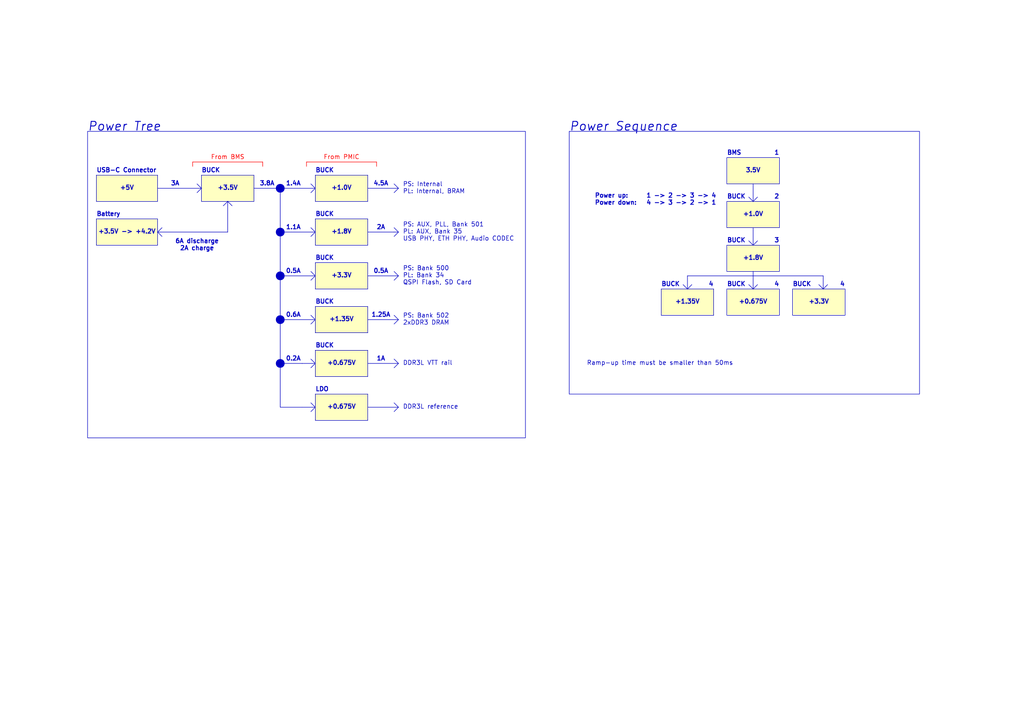
<source format=kicad_sch>
(kicad_sch
	(version 20250114)
	(generator "eeschema")
	(generator_version "9.0")
	(uuid "6e59c22f-8bcc-4ba1-b655-d84ae759498f")
	(paper "A4")
	(title_block
		(title "FPGA Zynq7000 Dev Board")
		(date "2025-07-10")
		(rev "A")
	)
	(lib_symbols)
	(rectangle
		(start 191.77 83.82)
		(end 207.01 91.44)
		(stroke
			(width 0)
			(type solid)
		)
		(fill
			(type color)
			(color 255 255 194 1)
		)
		(uuid 01284b0b-3acd-4ae7-b491-2a1e20d45704)
	)
	(rectangle
		(start 165.1 38.1)
		(end 266.7 114.3)
		(stroke
			(width 0)
			(type default)
		)
		(fill
			(type none)
		)
		(uuid 11c7b948-cf12-44a4-a4c8-12e79d39e5ae)
	)
	(circle
		(center 81.28 54.61)
		(radius 0.0001)
		(stroke
			(width 1.27)
			(type default)
		)
		(fill
			(type none)
		)
		(uuid 150afb91-0a3c-4cdc-80ca-68dd6b3df0f4)
	)
	(circle
		(center 81.28 67.31)
		(radius 0.0001)
		(stroke
			(width 1.27)
			(type default)
		)
		(fill
			(type none)
		)
		(uuid 1c0b8497-d3d3-4231-bbe5-868628ad1bdb)
	)
	(rectangle
		(start 210.82 58.42)
		(end 226.06 66.04)
		(stroke
			(width 0)
			(type solid)
		)
		(fill
			(type color)
			(color 255 255 194 1)
		)
		(uuid 272d8cab-44c5-4955-a584-117de41a3ded)
	)
	(rectangle
		(start 27.94 63.5)
		(end 45.72 71.12)
		(stroke
			(width 0)
			(type solid)
		)
		(fill
			(type color)
			(color 255 255 194 1)
		)
		(uuid 39fd822d-d882-4f28-93e7-3a8aa29d5ea6)
	)
	(circle
		(center 81.28 105.41)
		(radius 0.0001)
		(stroke
			(width 1.27)
			(type default)
		)
		(fill
			(type none)
		)
		(uuid 47bf32d1-1211-4b81-abbf-c86a8d8068cf)
	)
	(rectangle
		(start 210.82 71.12)
		(end 226.06 78.74)
		(stroke
			(width 0)
			(type solid)
		)
		(fill
			(type color)
			(color 255 255 194 1)
		)
		(uuid 4df0c7e6-3458-4ebd-af08-bfed089908a6)
	)
	(rectangle
		(start 91.44 88.9)
		(end 106.68 96.52)
		(stroke
			(width 0)
			(type solid)
		)
		(fill
			(type color)
			(color 255 255 194 1)
		)
		(uuid 53744e7a-9c97-4850-aa9b-f98d82e29acf)
	)
	(rectangle
		(start 25.4 38.1)
		(end 152.4 127)
		(stroke
			(width 0)
			(type default)
		)
		(fill
			(type none)
		)
		(uuid 5fe0f77c-adbb-45f3-b6a9-eda49dc430a4)
	)
	(rectangle
		(start 91.44 50.8)
		(end 106.68 58.42)
		(stroke
			(width 0)
			(type solid)
		)
		(fill
			(type color)
			(color 255 255 194 1)
		)
		(uuid 7e77489e-884c-4fa2-8385-a11bf0ad6016)
	)
	(rectangle
		(start 210.82 45.72)
		(end 226.06 53.34)
		(stroke
			(width 0)
			(type solid)
		)
		(fill
			(type color)
			(color 255 255 194 1)
		)
		(uuid 9573ba39-5034-4612-84b2-13258dd65c56)
	)
	(rectangle
		(start 210.82 83.82)
		(end 226.06 91.44)
		(stroke
			(width 0)
			(type solid)
		)
		(fill
			(type color)
			(color 255 255 194 1)
		)
		(uuid 9d1a1bc1-717a-4682-8988-8af1377d276b)
	)
	(rectangle
		(start 229.87 83.82)
		(end 245.11 91.44)
		(stroke
			(width 0)
			(type solid)
		)
		(fill
			(type color)
			(color 255 255 194 1)
		)
		(uuid 9efedffb-813f-4f8f-b748-315847d7938e)
	)
	(circle
		(center 81.28 92.71)
		(radius 0.0001)
		(stroke
			(width 1.27)
			(type default)
		)
		(fill
			(type none)
		)
		(uuid a178d964-281c-449e-8c3b-85afad13895f)
	)
	(circle
		(center 81.28 80.01)
		(radius 0.0001)
		(stroke
			(width 1.27)
			(type default)
		)
		(fill
			(type none)
		)
		(uuid ad75b94a-cd0d-4830-b32e-15f9815f58d9)
	)
	(rectangle
		(start 91.44 76.2)
		(end 106.68 83.82)
		(stroke
			(width 0)
			(type solid)
		)
		(fill
			(type color)
			(color 255 255 194 1)
		)
		(uuid bb104546-29f6-46d2-909f-21ec789d71f4)
	)
	(rectangle
		(start 27.94 50.8)
		(end 45.72 58.42)
		(stroke
			(width 0)
			(type solid)
		)
		(fill
			(type color)
			(color 255 255 194 1)
		)
		(uuid e515c8cb-cf28-4192-be62-d20cff086887)
	)
	(rectangle
		(start 91.44 114.3)
		(end 106.68 121.92)
		(stroke
			(width 0)
			(type solid)
		)
		(fill
			(type color)
			(color 255 255 194 1)
		)
		(uuid e9a4a63e-7799-4af3-80c6-77fcaf4bedaf)
	)
	(rectangle
		(start 91.44 63.5)
		(end 106.68 71.12)
		(stroke
			(width 0)
			(type solid)
		)
		(fill
			(type color)
			(color 255 255 194 1)
		)
		(uuid eeca520b-4c45-42ae-a8eb-eaad35a49784)
	)
	(rectangle
		(start 91.44 101.6)
		(end 106.68 109.22)
		(stroke
			(width 0)
			(type solid)
		)
		(fill
			(type color)
			(color 255 255 194 1)
		)
		(uuid fb060861-4ed3-4170-86c2-eee09a128d18)
	)
	(rectangle
		(start 58.42 50.8)
		(end 73.66 58.42)
		(stroke
			(width 0)
			(type solid)
		)
		(fill
			(type color)
			(color 255 255 194 1)
		)
		(uuid fe5decc6-5646-4fee-983f-4e5b9992617a)
	)
	(text "+1.0V"
		(exclude_from_sim no)
		(at 99.06 54.61 0)
		(effects
			(font
				(size 1.27 1.27)
				(thickness 0.254)
				(bold yes)
			)
		)
		(uuid "02d856c4-c4c0-4771-9e9d-f09c6d17b2c3")
	)
	(text "3"
		(exclude_from_sim no)
		(at 226.06 69.85 0)
		(effects
			(font
				(size 1.27 1.27)
				(thickness 0.254)
				(bold yes)
			)
			(justify right)
		)
		(uuid "096295ab-788e-4d79-a6d8-4ba016635f18")
	)
	(text "From PMIC"
		(exclude_from_sim no)
		(at 99.06 45.72 0)
		(effects
			(font
				(size 1.27 1.27)
				(color 255 0 0 1)
			)
		)
		(uuid "0cdc5b2c-6f72-41f4-852b-f1f0e8ff24da")
	)
	(text "2A"
		(exclude_from_sim no)
		(at 110.49 66.04 0)
		(effects
			(font
				(size 1.27 1.27)
				(thickness 0.254)
				(bold yes)
			)
		)
		(uuid "154320a0-b9cc-45cd-b26f-7ef3bea6cd86")
	)
	(text "BUCK"
		(exclude_from_sim no)
		(at 210.82 57.15 0)
		(effects
			(font
				(size 1.27 1.27)
				(thickness 0.254)
				(bold yes)
			)
			(justify left)
		)
		(uuid "19c099ea-3505-459a-a329-64065045a031")
	)
	(text "2"
		(exclude_from_sim no)
		(at 226.06 57.15 0)
		(effects
			(font
				(size 1.27 1.27)
				(thickness 0.254)
				(bold yes)
			)
			(justify right)
		)
		(uuid "1f1ac251-bb01-41f8-a9aa-0dbfa78d33e7")
	)
	(text "BUCK"
		(exclude_from_sim no)
		(at 91.44 62.23 0)
		(effects
			(font
				(size 1.27 1.27)
				(thickness 0.254)
				(bold yes)
			)
			(justify left)
		)
		(uuid "235e9100-a463-4bca-abdf-ccf39391f7be")
	)
	(text "+3.3V"
		(exclude_from_sim no)
		(at 99.06 80.01 0)
		(effects
			(font
				(size 1.27 1.27)
				(thickness 0.254)
				(bold yes)
			)
		)
		(uuid "249232f3-8bf0-461d-8c9f-d15e07dec920")
	)
	(text "4"
		(exclude_from_sim no)
		(at 226.06 82.55 0)
		(effects
			(font
				(size 1.27 1.27)
				(thickness 0.254)
				(bold yes)
			)
			(justify right)
		)
		(uuid "253afdd5-7a67-4f66-9de0-c3d05aa8e4eb")
	)
	(text "BUCK"
		(exclude_from_sim no)
		(at 91.44 74.93 0)
		(effects
			(font
				(size 1.27 1.27)
				(thickness 0.254)
				(bold yes)
			)
			(justify left)
		)
		(uuid "29a12780-c00a-4387-8f5f-385a2e1a4285")
	)
	(text "1.4A"
		(exclude_from_sim no)
		(at 85.09 53.34 0)
		(effects
			(font
				(size 1.27 1.27)
				(thickness 0.254)
				(bold yes)
			)
		)
		(uuid "2b3a3fe3-89c9-4941-a1eb-dcba4f06f3ad")
	)
	(text "PS: AUX, PLL, Bank 501\nPL: AUX, Bank 35\nUSB PHY, ETH PHY, Audio CODEC"
		(exclude_from_sim no)
		(at 116.84 67.31 0)
		(effects
			(font
				(size 1.27 1.27)
			)
			(justify left)
		)
		(uuid "30d56f4c-42cc-4d20-98f9-d9245f41f6b6")
	)
	(text "6A discharge\n2A charge"
		(exclude_from_sim no)
		(at 57.15 71.12 0)
		(effects
			(font
				(size 1.27 1.27)
				(thickness 0.254)
				(bold yes)
			)
		)
		(uuid "3c152525-d0f4-42d5-93f5-6f5588cdaa9f")
	)
	(text "BUCK"
		(exclude_from_sim no)
		(at 91.44 49.53 0)
		(effects
			(font
				(size 1.27 1.27)
				(thickness 0.254)
				(bold yes)
			)
			(justify left)
		)
		(uuid "3de8960b-d311-4617-ad52-1802bb1c3d01")
	)
	(text "4"
		(exclude_from_sim no)
		(at 245.11 82.55 0)
		(effects
			(font
				(size 1.27 1.27)
				(thickness 0.254)
				(bold yes)
			)
			(justify right)
		)
		(uuid "3fa98d15-1f91-4d28-bd28-de958285d9bc")
	)
	(text "4.5A"
		(exclude_from_sim no)
		(at 110.49 53.34 0)
		(effects
			(font
				(size 1.27 1.27)
				(thickness 0.254)
				(bold yes)
			)
		)
		(uuid "402b2ae1-c250-4b91-963d-7811c9111cdb")
	)
	(text "BUCK"
		(exclude_from_sim no)
		(at 229.87 82.55 0)
		(effects
			(font
				(size 1.27 1.27)
				(thickness 0.254)
				(bold yes)
			)
			(justify left)
		)
		(uuid "413dae75-f84f-46f2-afbd-a041f3efba9a")
	)
	(text "PS: Bank 502\n2xDDR3 DRAM"
		(exclude_from_sim no)
		(at 116.84 92.71 0)
		(effects
			(font
				(size 1.27 1.27)
			)
			(justify left)
		)
		(uuid "435865a0-e43b-4525-a953-7a20ab71d641")
	)
	(text "0.5A"
		(exclude_from_sim no)
		(at 85.09 78.74 0)
		(effects
			(font
				(size 1.27 1.27)
				(thickness 0.254)
				(bold yes)
			)
		)
		(uuid "437071b2-67bf-4e1d-ad12-8b1b04d9bd10")
	)
	(text "0.5A"
		(exclude_from_sim no)
		(at 110.49 78.74 0)
		(effects
			(font
				(size 1.27 1.27)
				(thickness 0.254)
				(bold yes)
			)
		)
		(uuid "4c452dbc-606a-4a17-b256-b53336e92bb2")
	)
	(text "BUCK"
		(exclude_from_sim no)
		(at 91.44 100.33 0)
		(effects
			(font
				(size 1.27 1.27)
				(thickness 0.254)
				(bold yes)
			)
			(justify left)
		)
		(uuid "516b27a2-24d6-4e4a-8373-e2d6953e9c56")
	)
	(text "1"
		(exclude_from_sim no)
		(at 226.06 44.45 0)
		(effects
			(font
				(size 1.27 1.27)
				(thickness 0.254)
				(bold yes)
			)
			(justify right)
		)
		(uuid "5a66fe2c-a02e-4028-9862-86a1b4eee16e")
	)
	(text "BUCK"
		(exclude_from_sim no)
		(at 210.82 82.55 0)
		(effects
			(font
				(size 1.27 1.27)
				(thickness 0.254)
				(bold yes)
			)
			(justify left)
		)
		(uuid "5ba74dca-e8ae-4ae8-ad90-67a23ab8b4d7")
	)
	(text "+1.35V"
		(exclude_from_sim no)
		(at 199.39 87.63 0)
		(effects
			(font
				(size 1.27 1.27)
				(thickness 0.254)
				(bold yes)
			)
		)
		(uuid "5cd92f96-898d-422f-90df-0c81041e6835")
	)
	(text "+0.675V"
		(exclude_from_sim no)
		(at 99.06 105.41 0)
		(effects
			(font
				(size 1.27 1.27)
				(thickness 0.254)
				(bold yes)
			)
		)
		(uuid "60ba61eb-88e4-4c26-85d8-d3db76a13a17")
	)
	(text "DDR3L VTT rail"
		(exclude_from_sim no)
		(at 116.84 105.41 0)
		(effects
			(font
				(size 1.27 1.27)
			)
			(justify left)
		)
		(uuid "6202f3b0-96a0-4b06-ad8a-e388b8ba0aaf")
	)
	(text "From BMS"
		(exclude_from_sim no)
		(at 66.04 45.72 0)
		(effects
			(font
				(size 1.27 1.27)
				(color 255 0 0 1)
			)
		)
		(uuid "62392be3-ddbc-4ccb-bf10-386c301e5fc2")
	)
	(text "+1.35V"
		(exclude_from_sim no)
		(at 99.06 92.71 0)
		(effects
			(font
				(size 1.27 1.27)
				(thickness 0.254)
				(bold yes)
			)
		)
		(uuid "681885dd-36ef-4fe4-9ce5-2eb30f4b2cbd")
	)
	(text "Power Sequence"
		(exclude_from_sim no)
		(at 165.1 36.83 0)
		(effects
			(font
				(size 2.54 2.54)
				(thickness 0.254)
				(bold yes)
				(italic yes)
			)
			(justify left)
		)
		(uuid "69ff05b3-5dd1-489f-9114-71b75007f87a")
	)
	(text "Power up:	1 -> 2 -> 3 -> 4\nPower down:	4 -> 3 -> 2 -> 1"
		(exclude_from_sim no)
		(at 172.466 57.912 0)
		(effects
			(font
				(size 1.27 1.27)
				(thickness 0.254)
				(bold yes)
			)
			(justify left)
		)
		(uuid "6bda098f-5eca-4f9e-9b8d-cbfdbf65d040")
	)
	(text "3A"
		(exclude_from_sim no)
		(at 50.8 53.34 0)
		(effects
			(font
				(size 1.27 1.27)
				(thickness 0.254)
				(bold yes)
			)
		)
		(uuid "6c536a0d-4158-4d3b-8f9a-8105aa9c14a2")
	)
	(text "USB-C Connector"
		(exclude_from_sim no)
		(at 27.94 49.53 0)
		(effects
			(font
				(size 1.27 1.27)
				(thickness 0.254)
				(bold yes)
			)
			(justify left)
		)
		(uuid "72870ab3-9b8a-4797-ab15-4090851834b5")
	)
	(text "+5V"
		(exclude_from_sim no)
		(at 36.83 54.61 0)
		(effects
			(font
				(size 1.27 1.27)
				(thickness 0.254)
				(bold yes)
			)
		)
		(uuid "7c2826e2-2918-437f-a4df-3f186193adf3")
	)
	(text "+1.8V"
		(exclude_from_sim no)
		(at 218.44 74.93 0)
		(effects
			(font
				(size 1.27 1.27)
				(thickness 0.254)
				(bold yes)
			)
		)
		(uuid "8095229c-2510-47f1-b311-cf954b8f61a3")
	)
	(text "+1.0V"
		(exclude_from_sim no)
		(at 218.44 62.23 0)
		(effects
			(font
				(size 1.27 1.27)
				(thickness 0.254)
				(bold yes)
			)
		)
		(uuid "85f2f0e1-0bab-41d7-820b-cbbd7c1eb564")
	)
	(text "1.25A"
		(exclude_from_sim no)
		(at 110.49 91.44 0)
		(effects
			(font
				(size 1.27 1.27)
				(thickness 0.254)
				(bold yes)
			)
		)
		(uuid "8cf6fe69-e5e8-46f1-9cc0-1a31def0575e")
	)
	(text "BUCK"
		(exclude_from_sim no)
		(at 91.44 87.63 0)
		(effects
			(font
				(size 1.27 1.27)
				(thickness 0.254)
				(bold yes)
			)
			(justify left)
		)
		(uuid "917b351f-53c0-4b0d-a793-8af9770cd3e3")
	)
	(text "0.2A"
		(exclude_from_sim no)
		(at 85.09 104.14 0)
		(effects
			(font
				(size 1.27 1.27)
				(thickness 0.254)
				(bold yes)
			)
		)
		(uuid "9ba21d9d-ca7f-45c6-ac38-2b327b634b38")
	)
	(text "BUCK"
		(exclude_from_sim no)
		(at 191.77 82.55 0)
		(effects
			(font
				(size 1.27 1.27)
				(thickness 0.254)
				(bold yes)
			)
			(justify left)
		)
		(uuid "9f926571-78af-4e4c-8dcd-150f76bd0e88")
	)
	(text "Power Tree"
		(exclude_from_sim no)
		(at 25.4 36.83 0)
		(effects
			(font
				(size 2.54 2.54)
				(thickness 0.254)
				(bold yes)
				(italic yes)
			)
			(justify left)
		)
		(uuid "9fc8bd02-bd76-4a3a-babd-fab974ca0580")
	)
	(text "BUCK"
		(exclude_from_sim no)
		(at 210.82 69.85 0)
		(effects
			(font
				(size 1.27 1.27)
				(thickness 0.254)
				(bold yes)
			)
			(justify left)
		)
		(uuid "a16ec799-9894-48bf-904f-f361c11b3106")
	)
	(text "LDO"
		(exclude_from_sim no)
		(at 91.44 113.03 0)
		(effects
			(font
				(size 1.27 1.27)
				(thickness 0.254)
				(bold yes)
			)
			(justify left)
		)
		(uuid "a23d6e39-740b-4198-b79d-7a8e13d4f238")
	)
	(text "+3.3V"
		(exclude_from_sim no)
		(at 237.49 87.63 0)
		(effects
			(font
				(size 1.27 1.27)
				(thickness 0.254)
				(bold yes)
			)
		)
		(uuid "a309845e-778f-40b6-93ce-e0ae5557e3a2")
	)
	(text "PS: Bank 500\nPL: Bank 34\nQSPI Flash, SD Card"
		(exclude_from_sim no)
		(at 116.84 80.01 0)
		(effects
			(font
				(size 1.27 1.27)
				(thickness 0.1588)
			)
			(justify left)
		)
		(uuid "a70e2833-a379-454a-8918-d5b6c39693e5")
	)
	(text "DDR3L reference"
		(exclude_from_sim no)
		(at 116.84 118.11 0)
		(effects
			(font
				(size 1.27 1.27)
			)
			(justify left)
		)
		(uuid "a904c987-b73d-453b-a1b6-023e79310b92")
	)
	(text "1.1A"
		(exclude_from_sim no)
		(at 85.09 66.04 0)
		(effects
			(font
				(size 1.27 1.27)
				(thickness 0.254)
				(bold yes)
			)
		)
		(uuid "b1ec4b7a-6748-43f5-8ffc-1477ea2dec51")
	)
	(text "Ramp-up time must be smaller than 50ms"
		(exclude_from_sim no)
		(at 170.18 105.41 0)
		(effects
			(font
				(size 1.27 1.27)
			)
			(justify left)
		)
		(uuid "b5bfe0ec-97d9-44fe-b740-527e058101a5")
	)
	(text "+1.8V"
		(exclude_from_sim no)
		(at 99.06 67.31 0)
		(effects
			(font
				(size 1.27 1.27)
				(thickness 0.254)
				(bold yes)
			)
		)
		(uuid "b6cc7c1b-f2b7-47cd-ae1f-f38ad69f487d")
	)
	(text "BMS"
		(exclude_from_sim no)
		(at 210.82 44.45 0)
		(effects
			(font
				(size 1.27 1.27)
				(thickness 0.254)
				(bold yes)
			)
			(justify left)
		)
		(uuid "b91c531f-fca1-4f5e-b6ba-b6661d031bb3")
	)
	(text "Battery"
		(exclude_from_sim no)
		(at 27.94 62.23 0)
		(effects
			(font
				(size 1.27 1.27)
				(thickness 0.254)
				(bold yes)
			)
			(justify left)
		)
		(uuid "bf3fc677-3f63-4a89-9382-3a97b2887f4b")
	)
	(text "+0.675V"
		(exclude_from_sim no)
		(at 99.06 118.11 0)
		(effects
			(font
				(size 1.27 1.27)
				(thickness 0.254)
				(bold yes)
			)
		)
		(uuid "c0a9493e-67bf-4bd4-a83a-6b6d773603c9")
	)
	(text "1A"
		(exclude_from_sim no)
		(at 110.49 104.14 0)
		(effects
			(font
				(size 1.27 1.27)
				(thickness 0.254)
				(bold yes)
			)
		)
		(uuid "c594582d-775e-445d-ae62-573357b9bc5b")
	)
	(text "+3.5V -> +4.2V"
		(exclude_from_sim no)
		(at 36.83 67.31 0)
		(effects
			(font
				(size 1.27 1.27)
				(thickness 0.254)
				(bold yes)
			)
		)
		(uuid "c676e5c6-d715-4a3d-987a-b356070ab341")
	)
	(text "0.6A"
		(exclude_from_sim no)
		(at 85.09 91.44 0)
		(effects
			(font
				(size 1.27 1.27)
				(thickness 0.254)
				(bold yes)
			)
		)
		(uuid "d3cbf7a1-5a8b-479b-96e5-e305bb77e51a")
	)
	(text "+3.5V"
		(exclude_from_sim no)
		(at 66.04 54.61 0)
		(effects
			(font
				(size 1.27 1.27)
				(thickness 0.254)
				(bold yes)
			)
		)
		(uuid "ddc293a1-2534-4461-9584-469fcfed3319")
	)
	(text "PS: Internal\nPL: Internal, BRAM"
		(exclude_from_sim no)
		(at 116.84 54.61 0)
		(effects
			(font
				(size 1.27 1.27)
			)
			(justify left)
		)
		(uuid "e618312b-f44b-4c4b-8ea1-0d5db49f02bb")
	)
	(text "3.5V"
		(exclude_from_sim no)
		(at 218.44 49.53 0)
		(effects
			(font
				(size 1.27 1.27)
				(thickness 0.254)
				(bold yes)
			)
		)
		(uuid "e7f64c24-a59d-478b-bfd4-8ab1871553be")
	)
	(text "3.8A"
		(exclude_from_sim no)
		(at 77.47 53.34 0)
		(effects
			(font
				(size 1.27 1.27)
				(thickness 0.254)
				(bold yes)
			)
		)
		(uuid "e86b4e40-0f09-4411-a6d7-711c3fbf4c0d")
	)
	(text "BUCK"
		(exclude_from_sim no)
		(at 58.42 49.53 0)
		(effects
			(font
				(size 1.27 1.27)
				(thickness 0.254)
				(bold yes)
			)
			(justify left)
		)
		(uuid "ea362704-de84-4216-bc7a-301789e413be")
	)
	(text "4"
		(exclude_from_sim no)
		(at 207.01 82.55 0)
		(effects
			(font
				(size 1.27 1.27)
				(thickness 0.254)
				(bold yes)
			)
			(justify right)
		)
		(uuid "ea6a61e6-6212-49a0-8797-bffdcc34fca2")
	)
	(text "+0.675V"
		(exclude_from_sim no)
		(at 218.44 87.63 0)
		(effects
			(font
				(size 1.27 1.27)
				(thickness 0.254)
				(bold yes)
			)
		)
		(uuid "ffe0803f-2143-4206-a526-f18cd402c737")
	)
	(polyline
		(pts
			(xy 57.15 55.88) (xy 58.42 54.61)
		)
		(stroke
			(width 0)
			(type default)
		)
		(uuid "065fc79b-f385-44a4-8990-13827bc9301a")
	)
	(polyline
		(pts
			(xy 114.3 106.68) (xy 115.57 105.41)
		)
		(stroke
			(width 0)
			(type default)
		)
		(uuid "06d4286e-56be-40d4-8d0c-44f3f62e49f3")
	)
	(polyline
		(pts
			(xy 90.17 78.74) (xy 91.44 80.01)
		)
		(stroke
			(width 0)
			(type default)
		)
		(uuid "07163c14-33ae-49d8-8e6e-971e2cd00bf2")
	)
	(polyline
		(pts
			(xy 106.68 105.41) (xy 115.57 105.41)
		)
		(stroke
			(width 0)
			(type default)
		)
		(uuid "08c9aa33-7420-471c-8762-548ac1754752")
	)
	(polyline
		(pts
			(xy 81.28 92.71) (xy 91.44 92.71)
		)
		(stroke
			(width 0)
			(type default)
		)
		(uuid "0a6b25cd-d7fb-4360-b648-307d70f4800c")
	)
	(polyline
		(pts
			(xy 114.3 81.28) (xy 115.57 80.01)
		)
		(stroke
			(width 0)
			(type default)
		)
		(uuid "0a6bfc3c-d225-4c5d-850e-9578866f4ee4")
	)
	(polyline
		(pts
			(xy 114.3 53.34) (xy 115.57 54.61)
		)
		(stroke
			(width 0)
			(type default)
		)
		(uuid "0a7247f6-411e-4cdf-8ff2-ae3afcfb54c8")
	)
	(polyline
		(pts
			(xy 237.49 82.55) (xy 238.76 83.82)
		)
		(stroke
			(width 0)
			(type default)
		)
		(uuid "0be8386d-6e23-43af-badf-859ce980f6f6")
	)
	(polyline
		(pts
			(xy 45.72 54.61) (xy 58.42 54.61)
		)
		(stroke
			(width 0)
			(type default)
		)
		(uuid "0f1bbd07-9c99-4e55-91b7-d9526600a973")
	)
	(polyline
		(pts
			(xy 90.17 81.28) (xy 91.44 80.01)
		)
		(stroke
			(width 0)
			(type default)
		)
		(uuid "11a535a0-60eb-4bf4-b41f-73cf1a264348")
	)
	(polyline
		(pts
			(xy 90.17 91.44) (xy 91.44 92.71)
		)
		(stroke
			(width 0)
			(type default)
		)
		(uuid "15b75d1c-035d-45a8-9a7e-fb5ae6479481")
	)
	(polyline
		(pts
			(xy 87.63 118.11) (xy 91.44 118.11)
		)
		(stroke
			(width 0)
			(type default)
		)
		(uuid "1e3b344e-f297-4596-ae14-2c329797243a")
	)
	(polyline
		(pts
			(xy 81.28 54.61) (xy 91.44 54.61)
		)
		(stroke
			(width 0)
			(type default)
		)
		(uuid "22138610-de43-4e06-995b-f1750d530130")
	)
	(polyline
		(pts
			(xy 66.04 58.42) (xy 66.04 67.31)
		)
		(stroke
			(width 0)
			(type default)
		)
		(uuid "2a30d706-c916-4820-9c45-577659b508f8")
	)
	(polyline
		(pts
			(xy 45.72 67.31) (xy 46.99 68.58)
		)
		(stroke
			(width 0)
			(type default)
		)
		(uuid "2cb70a90-040c-4cfc-9914-6384b5d594af")
	)
	(polyline
		(pts
			(xy 218.44 71.12) (xy 219.71 69.85)
		)
		(stroke
			(width 0)
			(type default)
		)
		(uuid "2eed61d0-7707-434e-b0d9-f34e2c3bcc4c")
	)
	(polyline
		(pts
			(xy 55.88 48.26) (xy 55.88 46.99)
		)
		(stroke
			(width 0)
			(type default)
			(color 255 0 0 1)
		)
		(uuid "2f22aa6e-4acb-4483-9238-03cdd213b151")
	)
	(polyline
		(pts
			(xy 238.76 83.82) (xy 240.03 82.55)
		)
		(stroke
			(width 0)
			(type default)
		)
		(uuid "2f2d6494-d9bf-4990-add2-c5f6794459b3")
	)
	(polyline
		(pts
			(xy 199.39 80.01) (xy 238.76 80.01)
		)
		(stroke
			(width 0)
			(type default)
		)
		(uuid "2f45ba14-7b23-4329-b6ad-1f79eb7f5bc1")
	)
	(polyline
		(pts
			(xy 90.17 104.14) (xy 91.44 105.41)
		)
		(stroke
			(width 0)
			(type default)
		)
		(uuid "32355297-91b7-4dc5-860f-bfbb4aee4616")
	)
	(polyline
		(pts
			(xy 217.17 82.55) (xy 218.44 83.82)
		)
		(stroke
			(width 0)
			(type default)
		)
		(uuid "357ced1e-c75f-449f-b2f0-89c57eb1372e")
	)
	(polyline
		(pts
			(xy 81.28 80.01) (xy 91.44 80.01)
		)
		(stroke
			(width 0)
			(type default)
		)
		(uuid "37c3705f-f61a-4cdd-b094-86a163edcaa9")
	)
	(polyline
		(pts
			(xy 45.72 67.31) (xy 46.99 66.04)
		)
		(stroke
			(width 0)
			(type default)
		)
		(uuid "3ab2dd2c-5a0a-4384-a290-ccf6fe9676e9")
	)
	(polyline
		(pts
			(xy 88.9 46.99) (xy 109.22 46.99)
		)
		(stroke
			(width 0)
			(type default)
			(color 255 0 0 1)
		)
		(uuid "413811e5-5c70-4c74-9aa9-03d5330705f9")
	)
	(polyline
		(pts
			(xy 114.3 93.98) (xy 115.57 92.71)
		)
		(stroke
			(width 0)
			(type default)
		)
		(uuid "45d478d4-49d5-47f7-a270-36504d978409")
	)
	(polyline
		(pts
			(xy 114.3 54.61) (xy 115.57 54.61)
		)
		(stroke
			(width 0)
			(type default)
		)
		(uuid "4bd113b5-d7ec-4da6-b4dd-5d20f84af0e2")
	)
	(polyline
		(pts
			(xy 114.3 67.31) (xy 115.57 67.31)
		)
		(stroke
			(width 0)
			(type default)
		)
		(uuid "4db51acf-2f66-4c6b-9dec-c0f06c8ae004")
	)
	(polyline
		(pts
			(xy 217.17 69.85) (xy 218.44 71.12)
		)
		(stroke
			(width 0)
			(type default)
		)
		(uuid "4ebba903-eb6d-4656-86d3-625d2e974ce5")
	)
	(polyline
		(pts
			(xy 73.66 54.61) (xy 81.28 54.61)
		)
		(stroke
			(width 0)
			(type default)
		)
		(uuid "50f043f3-858b-49cd-a1b3-0bc22959b196")
	)
	(polyline
		(pts
			(xy 106.68 67.31) (xy 114.3 67.31)
		)
		(stroke
			(width 0)
			(type default)
		)
		(uuid "5349b04a-29f4-4c30-b722-0f91ec808189")
	)
	(polyline
		(pts
			(xy 81.28 105.41) (xy 81.28 118.11)
		)
		(stroke
			(width 0)
			(type default)
		)
		(uuid "53b7c301-dc82-4190-b2d6-338bf659713a")
	)
	(polyline
		(pts
			(xy 199.39 80.01) (xy 199.39 83.82)
		)
		(stroke
			(width 0)
			(type default)
		)
		(uuid "557ea100-7514-4aa0-b455-10740b4183fa")
	)
	(polyline
		(pts
			(xy 218.44 78.74) (xy 218.44 83.82)
		)
		(stroke
			(width 0)
			(type default)
		)
		(uuid "55adaa77-8cd2-4d29-a47f-96ec8f122e36")
	)
	(polyline
		(pts
			(xy 64.77 59.69) (xy 66.04 58.42)
		)
		(stroke
			(width 0)
			(type default)
		)
		(uuid "56a04734-70a7-4d2f-80d1-aef45945da38")
	)
	(polyline
		(pts
			(xy 106.68 54.61) (xy 114.3 54.61)
		)
		(stroke
			(width 0)
			(type default)
		)
		(uuid "57af1b78-8e82-4222-aa64-91cb61f0c3ab")
	)
	(polyline
		(pts
			(xy 114.3 68.58) (xy 115.57 67.31)
		)
		(stroke
			(width 0)
			(type default)
		)
		(uuid "5a648229-c4b3-4a9e-827c-2b038bba49c3")
	)
	(polyline
		(pts
			(xy 198.12 82.55) (xy 199.39 83.82)
		)
		(stroke
			(width 0)
			(type default)
		)
		(uuid "5ccfc608-6e8f-4396-bcd0-f293d71d4c83")
	)
	(polyline
		(pts
			(xy 90.17 116.84) (xy 91.44 118.11)
		)
		(stroke
			(width 0)
			(type default)
		)
		(uuid "5daaffd2-b19a-46f9-9fbd-2bea92a3bda3")
	)
	(polyline
		(pts
			(xy 217.17 57.15) (xy 218.44 58.42)
		)
		(stroke
			(width 0)
			(type default)
		)
		(uuid "66ee3d44-a86e-49e7-a9b2-d285b5d9676e")
	)
	(polyline
		(pts
			(xy 114.3 116.84) (xy 115.57 118.11)
		)
		(stroke
			(width 0)
			(type default)
		)
		(uuid "68327919-0fee-40d2-b990-541e5a8e8e6d")
	)
	(polyline
		(pts
			(xy 218.44 53.34) (xy 218.44 58.42)
		)
		(stroke
			(width 0)
			(type default)
		)
		(uuid "6cc44f73-c0e5-4a58-bb81-27a2da26b5ef")
	)
	(polyline
		(pts
			(xy 76.2 46.99) (xy 76.2 48.26)
		)
		(stroke
			(width 0)
			(type default)
			(color 255 0 0 1)
		)
		(uuid "6f7fc9bf-af6c-4e51-a50e-4e29601e5202")
	)
	(polyline
		(pts
			(xy 114.3 55.88) (xy 115.57 54.61)
		)
		(stroke
			(width 0)
			(type default)
		)
		(uuid "772d539a-8fc2-486d-bcd4-424fdd367597")
	)
	(polyline
		(pts
			(xy 114.3 119.38) (xy 115.57 118.11)
		)
		(stroke
			(width 0)
			(type default)
		)
		(uuid "7a7912e7-6cb3-43cb-bd46-34fb7b055758")
	)
	(polyline
		(pts
			(xy 238.76 80.01) (xy 238.76 83.82)
		)
		(stroke
			(width 0)
			(type default)
		)
		(uuid "7f1280a1-da99-4d4e-b1fb-d93cc7f3ea9a")
	)
	(polyline
		(pts
			(xy 55.88 46.99) (xy 76.2 46.99)
		)
		(stroke
			(width 0)
			(type default)
			(color 255 0 0 1)
		)
		(uuid "81143fc7-e7b4-4b31-8722-9a917bc217ad")
	)
	(polyline
		(pts
			(xy 81.28 67.31) (xy 91.44 67.31)
		)
		(stroke
			(width 0)
			(type default)
		)
		(uuid "84ae9cc8-880b-49ac-960f-71c360180ce5")
	)
	(polyline
		(pts
			(xy 88.9 48.26) (xy 88.9 46.99)
		)
		(stroke
			(width 0)
			(type default)
			(color 255 0 0 1)
		)
		(uuid "85857c2b-ce19-4f78-864d-1d97f28525b4")
	)
	(polyline
		(pts
			(xy 218.44 58.42) (xy 219.71 57.15)
		)
		(stroke
			(width 0)
			(type default)
		)
		(uuid "8744e34c-9a59-4150-9dcb-d7fea2ca95be")
	)
	(polyline
		(pts
			(xy 81.28 105.41) (xy 87.63 105.41)
		)
		(stroke
			(width 0)
			(type default)
		)
		(uuid "8d83db25-c24d-4c62-adf3-137e8aa4ad31")
	)
	(polyline
		(pts
			(xy 45.72 67.31) (xy 66.04 67.31)
		)
		(stroke
			(width 0)
			(type default)
		)
		(uuid "90b9eb12-d897-4d2d-8cb5-b78b645aa629")
	)
	(polyline
		(pts
			(xy 57.15 53.34) (xy 58.42 54.61)
		)
		(stroke
			(width 0)
			(type default)
		)
		(uuid "9ceeb60d-e20b-4f49-af05-1a580c0804bf")
	)
	(polyline
		(pts
			(xy 90.17 68.58) (xy 91.44 67.31)
		)
		(stroke
			(width 0)
			(type default)
		)
		(uuid "a2c4f5d0-0e6f-47af-804c-b3ec404fd503")
	)
	(polyline
		(pts
			(xy 218.44 66.04) (xy 218.44 71.12)
		)
		(stroke
			(width 0)
			(type default)
		)
		(uuid "a94cd928-2e00-4f4f-9f50-19a74280b12d")
	)
	(polyline
		(pts
			(xy 81.28 118.11) (xy 87.63 118.11)
		)
		(stroke
			(width 0)
			(type default)
		)
		(uuid "ac8474f8-d6aa-4a37-883c-4bdbd6c37f6a")
	)
	(polyline
		(pts
			(xy 114.3 104.14) (xy 115.57 105.41)
		)
		(stroke
			(width 0)
			(type default)
		)
		(uuid "afca24c9-c9bc-47a3-be5f-3a5cb1ea70fb")
	)
	(polyline
		(pts
			(xy 109.22 46.99) (xy 109.22 48.26)
		)
		(stroke
			(width 0)
			(type default)
			(color 255 0 0 1)
		)
		(uuid "b2cda090-2df2-46ce-855b-28cb37c6ab49")
	)
	(polyline
		(pts
			(xy 219.71 82.55) (xy 218.44 83.82)
		)
		(stroke
			(width 0)
			(type solid)
		)
		(uuid "bcf3e64c-e8ba-494f-bd87-4a60a48936eb")
	)
	(polyline
		(pts
			(xy 106.68 118.11) (xy 115.57 118.11)
		)
		(stroke
			(width 0)
			(type default)
		)
		(uuid "bdfde140-dffb-42d5-8b8b-5ebb9092a00d")
	)
	(polyline
		(pts
			(xy 90.17 106.68) (xy 91.44 105.41)
		)
		(stroke
			(width 0)
			(type default)
		)
		(uuid "be6c46c1-13fb-4443-9742-7c96d64ecd6e")
	)
	(polyline
		(pts
			(xy 66.04 58.42) (xy 67.31 59.69)
		)
		(stroke
			(width 0)
			(type default)
		)
		(uuid "bf9257e7-d82e-4deb-abfb-42179f4cdcec")
	)
	(polyline
		(pts
			(xy 90.17 53.34) (xy 91.44 54.61)
		)
		(stroke
			(width 0)
			(type default)
		)
		(uuid "c305c533-b71e-47ba-8314-dcecd512f580")
	)
	(polyline
		(pts
			(xy 114.3 66.04) (xy 115.57 67.31)
		)
		(stroke
			(width 0)
			(type default)
		)
		(uuid "c513196a-3efb-4654-b85a-b55d19600cfd")
	)
	(polyline
		(pts
			(xy 114.3 91.44) (xy 115.57 92.71)
		)
		(stroke
			(width 0)
			(type default)
		)
		(uuid "c7680a89-1e0d-49ce-99b6-6c52169b22fd")
	)
	(polyline
		(pts
			(xy 87.63 105.41) (xy 91.44 105.41)
		)
		(stroke
			(width 0)
			(type default)
		)
		(uuid "cb588425-eb36-43c9-afaa-b26b233cc7f2")
	)
	(polyline
		(pts
			(xy 200.66 82.55) (xy 199.39 83.82)
		)
		(stroke
			(width 0)
			(type default)
		)
		(uuid "ce62b72d-a369-4fb4-966d-1c80136fe2bd")
	)
	(polyline
		(pts
			(xy 90.17 93.98) (xy 91.44 92.71)
		)
		(stroke
			(width 0)
			(type default)
		)
		(uuid "d2abb8db-55d2-475c-b4a4-9b227ba8b540")
	)
	(polyline
		(pts
			(xy 106.68 92.71) (xy 115.57 92.71)
		)
		(stroke
			(width 0)
			(type default)
		)
		(uuid "e28f1e41-1530-4a8f-be1f-1cf3e8824bf9")
	)
	(polyline
		(pts
			(xy 106.68 80.01) (xy 115.57 80.01)
		)
		(stroke
			(width 0)
			(type default)
		)
		(uuid "e34789ed-080a-4b0b-a742-f6dd24aaee2b")
	)
	(polyline
		(pts
			(xy 90.17 119.38) (xy 91.44 118.11)
		)
		(stroke
			(width 0)
			(type default)
		)
		(uuid "ebf52adc-9064-4b94-b56b-cea8117eed8b")
	)
	(polyline
		(pts
			(xy 114.3 78.74) (xy 115.57 80.01)
		)
		(stroke
			(width 0)
			(type default)
		)
		(uuid "f1d45209-2ea9-4ff2-be9c-852789893c47")
	)
	(polyline
		(pts
			(xy 81.28 54.61) (xy 81.28 105.41)
		)
		(stroke
			(width 0)
			(type default)
		)
		(uuid "f4d2de4c-39b1-47b4-8a23-e127b48b931a")
	)
	(polyline
		(pts
			(xy 90.17 66.04) (xy 91.44 67.31)
		)
		(stroke
			(width 0)
			(type default)
		)
		(uuid "f7d9cf74-89ae-41be-918b-de6008ca97e4")
	)
	(polyline
		(pts
			(xy 90.17 55.88) (xy 91.44 54.61)
		)
		(stroke
			(width 0)
			(type default)
		)
		(uuid "fa64c2ff-a849-45c2-b970-fbb1783b2175")
	)
)

</source>
